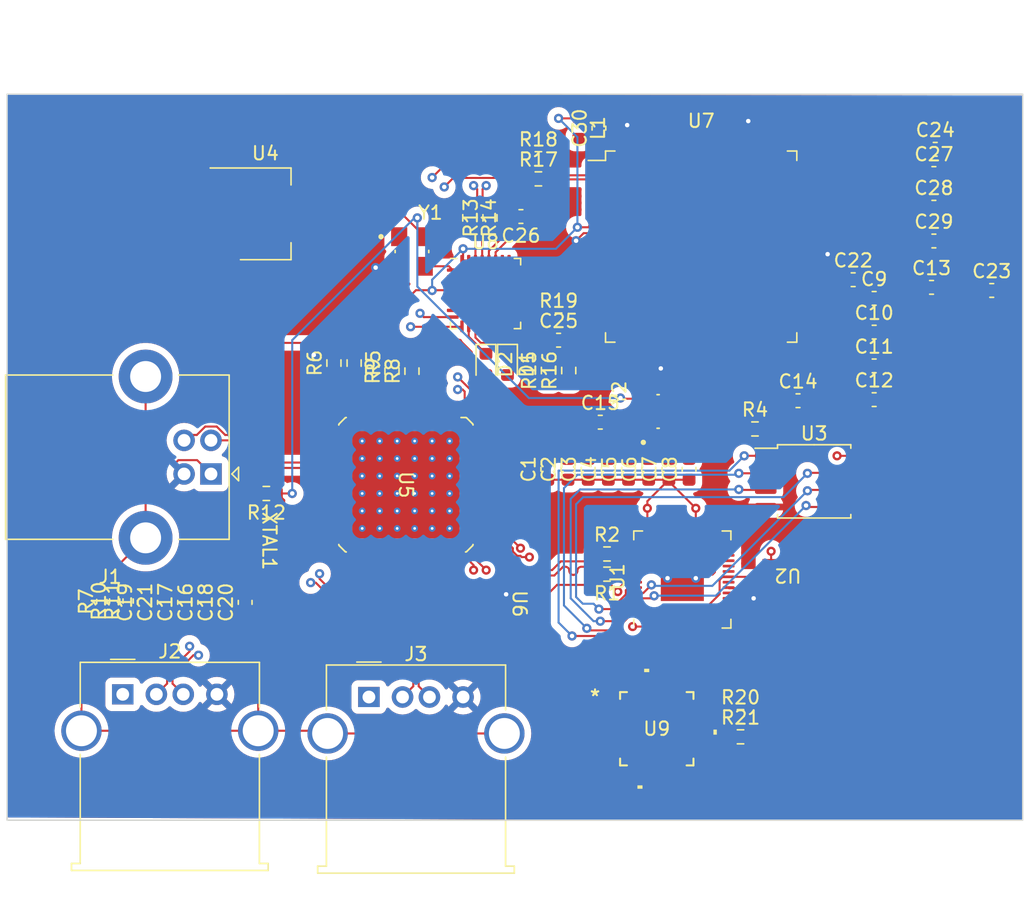
<source format=kicad_pcb>
(kicad_pcb (version 20221018) (generator pcbnew)
  (layers (0 "F.Cu" signal) (1 "In1.Cu" signal) (2 "In2.Cu" signal) (31 "B.Cu" signal) (34 "B.Paste" user) (35 "F.Paste" user) (36 "B.SilkS" user "B.Silkscreen") (37 "F.SilkS" user "F.Silkscreen") (38 "B.Mask" user) (39 "F.Mask" user) (44 "Edge.Cuts" user))
  (net 0 "")
  (net 1 "+3.3V")
  (net 2 "GND")
  (net 3 "+1V1")
  (net 4 "+5V")
  (net 5 "Earth")
  (net 6 "Net-(U8-~{HWB}{slash}PD7)")
  (net 7 "/Sheetname: Mega2560/RESET")
  (net 8 "Net-(U8-UCAP)")
  (net 9 "/Sheetname: Mega2560/AVCC")
  (net 10 "/Sheetname: Mega2560/TXL")
  (net 11 "Net-(D1-A)")
  (net 12 "/Sheetname: Mega2560/RXL")
  (net 13 "Net-(D2-A)")
  (net 15 "/Sheetname: USB Hub/USB_3_D-")
  (net 16 "/Sheetname: USB Hub/USB_3_D+")
  (net 18 "/Sheetname: USB Hub/USB_4_D-")
  (net 19 "/Sheetname: USB Hub/USB_4_D+")
  (net 20 "/Sheetname: Embeded RP2040/LD+")
  (net 21 "/RPUSBD+")
  (net 22 "/RPUSBD-")
  (net 23 "/Sheetname: Embeded RP2040/LD-")
  (net 24 "/Sheetname: Embeded RP2040/~{USB_BOOT}")
  (net 25 "/Sheetname: Embeded RP2040/QSPI_SS")
  (net 26 "Net-(U5-USB_VBUS)")
  (net 27 "Net-(U5-FULLPWRMGMT_SMBA1_N)")
  (net 28 "Net-(U5-GANGED_SMBA2_HS_UP)")
  (net 29 "Net-(XTAL1-OE{slash}ST)")
  (net 30 "Net-(U8-D+)")
  (net 31 "/Sheetname: Mega2560/MEGA_USB_D+")
  (net 32 "/Sheetname: Mega2560/MEGA_USB_D-")
  (net 33 "Net-(U8-D-)")
  (net 34 "Net-(U8-PD2)")
  (net 35 "/Sheetname: Mega2560/PE1")
  (net 36 "Net-(U8-PD3)")
  (net 37 "/Sheetname: Mega2560/PE0")
  (net 38 "Net-(U9-D+)")
  (net 39 "/Sheetname: Mega2560/SHIELDUSBD+")
  (net 40 "Net-(U9-D-)")
  (net 41 "/Sheetname: Mega2560/SHIELDUSBD-")
  (net 42 "/Sheetname: Embeded RP2040/GPIO0")
  (net 43 "/Sheetname: Embeded RP2040/GPIO1")
  (net 44 "/Sheetname: Embeded RP2040/GPIO2")
  (net 45 "/Sheetname: Embeded RP2040/GPIO3")
  (net 46 "/Sheetname: Embeded RP2040/GPIO4")
  (net 47 "/Sheetname: Embeded RP2040/GPIO5")
  (net 48 "/Sheetname: Embeded RP2040/GPIO6")
  (net 49 "/Sheetname: Embeded RP2040/GPIO7")
  (net 50 "/Sheetname: Embeded RP2040/GPIO8")
  (net 51 "/Sheetname: Embeded RP2040/GPIO9")
  (net 52 "/Sheetname: Embeded RP2040/GPIO10")
  (net 53 "/Sheetname: Embeded RP2040/GPIO11")
  (net 54 "/Sheetname: Embeded RP2040/GPIO12")
  (net 55 "/Sheetname: Embeded RP2040/GPIO13")
  (net 56 "/Sheetname: Embeded RP2040/GPIO14")
  (net 57 "/Sheetname: Embeded RP2040/GPIO15")
  (net 58 "/Sheetname: Embeded RP2040/CLK")
  (net 60 "/Sheetname: Embeded RP2040/SWCLK")
  (net 61 "/Sheetname: Embeded RP2040/SWD")
  (net 62 "/Sheetname: Embeded RP2040/RUN")
  (net 63 "/Sheetname: Embeded RP2040/GPIO16")
  (net 64 "/Sheetname: Embeded RP2040/GPIO17")
  (net 65 "/Sheetname: Embeded RP2040/GPIO18")
  (net 66 "/Sheetname: Embeded RP2040/GPIO19")
  (net 67 "/Sheetname: Embeded RP2040/GPIO20")
  (net 68 "/Sheetname: Embeded RP2040/GPIO21")
  (net 69 "/Sheetname: Embeded RP2040/GPIO22")
  (net 70 "/Sheetname: Embeded RP2040/GPIO23")
  (net 71 "/Sheetname: Embeded RP2040/GPIO24")
  (net 72 "/Sheetname: Embeded RP2040/GPIO25")
  (net 73 "/Sheetname: Embeded RP2040/GPIO26_ADC0")
  (net 74 "/Sheetname: Embeded RP2040/GPIO27_ADC1")
  (net 75 "/Sheetname: Embeded RP2040/GPIO28_ADC2")
  (net 76 "/Sheetname: Embeded RP2040/GPIO29_ADC3")
  (net 77 "/Sheetname: Embeded RP2040/QSPI_SD3")
  (net 78 "/Sheetname: Embeded RP2040/QSPI_SCLK")
  (net 79 "/Sheetname: Embeded RP2040/QSPI_SD0")
  (net 80 "/Sheetname: Embeded RP2040/QSPI_SD2")
  (net 81 "/Sheetname: Embeded RP2040/QSPI_SD1")
  (net 108 "/Sheetname: USB Hub/CLK")
  (net 111 "/USBAD+")
  (net 112 "/USBAD-")
  (net 138 "/USB Switch/OEN")
  (net 139 "/USB Switch/SEL")
  (net 166 "Net-(U7-XTAL1)")
  (net 227 "Net-(U8-XTAL1)")
  (net 278 "/Sheetname: USB Hub/UPSD-")
  (net 279 "/Sheetname: USB Hub/UPSD+")
  (footprint "Resistor_SMD:R_0402_1005Metric" (layer "F.Cu") (at 98.045 76.74 90)
    (fp_text reference "R7")
    (fp_text value "10KΩ 1%")
  )
  (footprint "GP2040-CE-Tester:TMUXHS221N" (layer "F.Cu") (at 129.1 76.9 -90)
    (fp_text reference "U6")
    (fp_text value "PTMUXHS221NKGR")
  )
  (footprint "Package_QFP:TQFP-100_14x14mm_P0.5mm" (layer "F.Cu") (at 142.6 50.3375)
    (fp_text reference "U7")
    (fp_text value "ATmega2560-16A")
  )
  (footprint "Capacitor_SMD:C_0603_1608Metric" (layer "F.Cu") (at 149.8 61.8)
    (fp_text reference "C14")
    (fp_text value "10uF")
  )
  (footprint "Resistor_SMD:R_0603_1608Metric" (layer "F.Cu") (at 145.525 85.3)
    (fp_text reference "R20")
    (fp_text value "22R")
  )
  (footprint "Capacitor_SMD:C_0603_1608Metric" (layer "F.Cu") (at 155.46 54.19)
    (fp_text reference "C9")
    (fp_text value "100nF")
  )
  (footprint "Capacitor_SMD:C_0603_1608Metric" (layer "F.Cu") (at 135.1 63.4)
    (fp_text reference "C15")
    (fp_text value "10μF")
  )
  (footprint "Connector_USB:USB_A_Molex_67643_Horizontal" (layer "F.Cu") (at 99.6 83.64)
    (fp_text reference "J2")
    (fp_text value "USB_A")
  )
  (footprint "LED_SMD:LED_0603_1608Metric" (layer "F.Cu") (at 126.6 59.1 -90)
    (fp_text reference "D2")
    (fp_text value "LED")
  )
  (footprint "Capacitor_SMD:C_0603_1608Metric" (layer "F.Cu") (at 108.7 76.8 90)
    (fp_text reference "C20")
    (fp_text value "0.1μF")
  )
  (footprint "Package_TO_SOT_SMD:SOT-223-3_TabPin2" (layer "F.Cu") (at 110.2 47.9)
    (fp_text reference "U4")
    (fp_text value "NCP1117-3.3_SOT223")
  )
  (footprint "GP2040-CE-Tester:SiT1630-S" (layer "F.Cu") (at 149.050001 74.8 180)
    (fp_text reference "U2")
    (fp_text value "SIT2018BE-S8-33N-12.000000G")
  )
  (footprint "Capacitor_SMD:C_0603_1608Metric" (layer "F.Cu") (at 138.7 66.9 90)
    (fp_text reference "C6")
    (fp_text value "100nF")
  )
  (footprint "Capacitor_SMD:C_0603_1608Metric" (layer "F.Cu") (at 105.7 76.8 90)
    (fp_text reference "C16")
    (fp_text value "0.1μF")
  )
  (footprint "Resistor_SMD:R_0603_1608Metric" (layer "F.Cu") (at 146.6 63.9)
    (fp_text reference "R4")
    (fp_text value "1k")
  )
  (footprint "Resistor_SMD:R_0603_1608Metric" (layer "F.Cu") (at 130.5 45.3)
    (fp_text reference "R17")
    (fp_text value "1K")
  )
  (footprint "Resistor_SMD:R_0603_1608Metric" (layer "F.Cu") (at 116.8 59 -90)
    (fp_text reference "R5")
    (fp_text value "90.9KΩ 1%")
  )
  (footprint "Resistor_SMD:R_0603_1608Metric" (layer "F.Cu") (at 132.755 59.555 90)
    (fp_text reference "R16")
    (fp_text value "1K")
  )
  (footprint "Capacitor_SMD:C_0603_1608Metric" (layer "F.Cu") (at 159.9 47.41)
    (fp_text reference "C28")
    (fp_text value "100nF")
  )
  (footprint "Package_DFN_QFN:QFN-32-1EP_5x5mm_P0.5mm_EP3.1x3.1mm" (layer "F.Cu") (at 126.57 53.83)
    (fp_text reference "U8")
    (fp_text value "ATmega16U2-M")
  )
  (footprint "GP2040-CE-Tester:SIT1602" (layer "F.Cu") (at 110.5 72.23 -90)
    (fp_text reference "XTAL1")
    (fp_text value "SIT1602AC-33-33E-24.000000Y")
  )
  (footprint "Capacitor_SMD:C_0603_1608Metric" (layer "F.Cu") (at 141.7 66.9 90)
    (fp_text reference "C8")
    (fp_text value "1uF")
  )
  (footprint "Resistor_SMD:R_0603_1608Metric" (layer "F.Cu") (at 135.6 73.2)
    (fp_text reference "R2")
    (fp_text value "24.7")
  )
  (footprint "Inductor_SMD:L_0603_1608Metric" (layer "F.Cu") (at 133.5 41.525 -90)
    (fp_text reference "L1")
    (fp_text value "10uH")
  )
  (footprint "Package_SO:SOIC-8_5.23x5.23mm_P1.27mm" (layer "F.Cu") (at 151 67.8)
    (fp_text reference "U3")
    (fp_text value "W25Q128JVS")
  )
  (footprint "Capacitor_SMD:C_0603_1608Metric" (layer "F.Cu") (at 132 57.3)
    (fp_text reference "C25")
    (fp_text value "100nF")
  )
  (footprint "LED_SMD:LED_0603_1608Metric" (layer "F.Cu") (at 128.2 59.1 -90)
    (fp_text reference "D1")
    (fp_text value "LED")
  )
  (footprint "Capacitor_SMD:C_0603_1608Metric" (layer "F.Cu") (at 160 43.1)
    (fp_text reference "C24")
    (fp_text value "100nF")
  )
  (footprint "Resistor_SMD:R_0402_1005Metric" (layer "F.Cu") (at 99 76.7 90)
    (fp_text reference "R10")
    (fp_text value "10KΩ 1%")
  )
  (footprint "Package_DFN_QFN:QFN-56-1EP_7x7mm_P0.4mm_EP3.2x3.2mm" (layer "F.Cu") (at 141.2 75.1 90)
    (fp_text reference "U1")
    (fp_text value "RP2040")
  )
  (footprint "Capacitor_SMD:C_0603_1608Metric" (layer "F.Cu") (at 140.2 66.9 90)
    (fp_text reference "C7")
    (fp_text value "100nF")
  )
  (footprint "GP2040-CE-Tester:SIT9003AC-24-33ED-16.00000T" (layer "F.Cu") (at 121.1 50.7)
    (fp_text reference "Y1")
    (fp_text value "SIT9003AC-24-33ED-16.00000T")
  )
  (footprint "Connector_USB:USB_B_Lumberg_2411_02_Horizontal" (layer "F.Cu") (at 106.16 67.25 180)
    (fp_text reference "J1")
    (fp_text value "USB_B")
  )
  (footprint "Resistor_SMD:R_0603_1608Metric" (layer "F.Cu") (at 110.275 68.7 180)
    (fp_text reference "R12")
    (fp_text value "1KΩ")
  )
  (footprint "Resistor_SMD:R_0603_1608Metric" (layer "F.Cu") (at 125.4 48.2 -90)
    (fp_text reference "R14")
    (fp_text value "22R")
  )
  (footprint "Resistor_SMD:R_0603_1608Metric" (layer "F.Cu") (at 121.1 59.6 90)
    (fp_text reference "R8")
    (fp_text value "4.7KΩ")
  )
  (footprint "Capacitor_SMD:C_0603_1608Metric" (layer "F.Cu") (at 134.2 66.9 90)
    (fp_text reference "C3")
    (fp_text value "100nF")
  )
  (footprint "GP2040-CE-Tester:MAX3421EEHJ+T" (layer "F.Cu") (at 139.3 86.2)
    (fp_text reference "U9")
    (fp_text value "MAX3421EEHJ+T")
  )
  (footprint "Capacitor_SMD:C_0603_1608Metric" (layer "F.Cu") (at 155.46 61.72)
    (fp_text reference "C12")
    (fp_text value "100n")
  )
  (footprint "Resistor_SMD:R_0603_1608Metric" (layer "F.Cu") (at 115.3 59 90)
    (fp_text reference "R6")
    (fp_text value "10KΩ 1%")
  )
  (footprint "Capacitor_SMD:C_0603_1608Metric" (layer "F.Cu") (at 129.2 48.1 180)
    (fp_text reference "C26")
    (fp_text value "1μF")
  )
  (footprint "Resistor_SMD:R_0603_1608Metric" (layer "F.Cu") (at 131.245 59.555 90)
    (fp_text reference "R15")
    (fp_text value "1K")
  )
  (footprint "Resistor_SMD:R_0603_1608Metric" (layer "F.Cu") (at 130.5 43.8)
    (fp_text reference "R18")
    (fp_text value "1K")
  )
  (footprint "Capacitor_SMD:C_0603_1608Metric" (layer "F.Cu") (at 159.725 53.37)
    (fp_text reference "C13")
    (fp_text value "10uF")
  )
  (footprint "Resistor_SMD:R_0603_1608Metric" (layer "F.Cu") (at 126.9 48.2 90)
    (fp_text reference "R13")
    (fp_text value "22R")
  )
  (footprint "Capacitor_SMD:C_0603_1608Metric" (layer "F.Cu") (at 155.46 59.21)
    (fp_text reference "C11")
    (fp_text value "1uF")
  )
  (footprint "Capacitor_SMD:C_0603_1608Metric" (layer "F.Cu") (at 153.9 52.8)
    (fp_text reference "C22")
    (fp_text value "1μF")
  )
  (footprint "Capacitor_SMD:C_0603_1608Metric" (layer "F.Cu") (at 135.7 66.9 90)
    (fp_text reference "C4")
    (fp_text value "100nF")
  )
  (footprint "Capacitor_SMD:C_0603_1608Metric" (layer "F.Cu") (at 159.9 44.9)
    (fp_text reference "C27")
    (fp_text value "100nF")
  )
  (footprint "Capacitor_SMD:C_0603_1608Metric" (layer "F.Cu") (at 101.2 76.8 90)
    (fp_text reference "C19")
    (fp_text value "0.001μF")
  )
  (footprint "Connector_USB:USB_A_Molex_67643_Horizontal" (layer "F.Cu") (at 117.9 83.84)
    (fp_text reference "J3")
    (fp_text value "USB_A")
  )
  (footprint "Resistor_SMD:R_0402_1005Metric" (layer "F.Cu") (at 100 76.7 90)
    (fp_text reference "R11")
    (fp_text value "10KΩ 1%")
  )
  (footprint "Capacitor_SMD:C_0603_1608Metric" (layer "F.Cu") (at 102.7 76.8 90)
    (fp_text reference "C21")
    (fp_text value "0.001μF")
  )
  (footprint "Capacitor_SMD:C_0603_1608Metric" (layer "F.Cu") (at 131.2 66.9 90)
    (fp_text reference "C1")
    (fp_text value "100nF")
  )
  (footprint "Capacitor_SMD:C_0603_1608Metric" (layer "F.Cu") (at 159.9 49.92)
    (fp_text reference "C29")
    (fp_text value "100nF")
  )
  (footprint "Resistor_SMD:R_0603_1608Metric" (layer "F.Cu") (at 132 55.8)
    (fp_text reference "R19")
    (fp_text value "1K")
  )
  (footprint "Capacitor_SMD:C_0603_1608Metric" (layer "F.Cu") (at 135 41.525 90)
    (fp_text reference "C30")
    (fp_text value "100nF")
  )
  (footprint "Capacitor_SMD:C_0603_1608Metric" (layer "F.Cu") (at 164.2 53.6)
    (fp_text reference "C23")
    (fp_text value "0.1μF")
  )
  (footprint "GP2040-CE-Tester:SIT9003AC-24-33ED-16.00000T" (layer "F.Cu") (at 139.4 62.6 90)
    (fp_text reference "Y2")
    (fp_text value "SIT9003AC-24-33ED-16.00000T")
  )
  (footprint "GP2040-CE-Tester:TUSB4041I-Q1" (layer "F.Cu") (at 120.650001 68.050001 -90)
    (fp_text reference "U5")
    (fp_text value "TUSB4041IPAPR")
  )
  (footprint "Capacitor_SMD:C_0603_1608Metric" (layer "F.Cu") (at 137.2 66.9 90)
    (fp_text reference "C5")
    (fp_text value "100nF")
  )
  (footprint "Capacitor_SMD:C_0603_1608Metric" (layer "F.Cu") (at 104.2 76.8 90)
    (fp_text reference "C17")
    (fp_text value "0.001μF")
  )
  (footprint "Capacitor_SMD:C_0603_1608Metric" (layer "F.Cu") (at 155.46 56.7)
    (fp_text reference "C10")
    (fp_text value "100nF")
  )
  (footprint "Capacitor_SMD:C_0603_1608Metric" (layer "F.Cu") (at 107.2 76.8 90)
    (fp_text reference "C18")
    (fp_text value "0.1μF")
  )
  (footprint "Capacitor_SMD:C_0603_1608Metric" (layer "F.Cu") (at 132.7 66.9 90)
    (fp_text reference "C2")
    (fp_text value "100nF")
  )
  (footprint "Resistor_SMD:R_0603_1608Metric" (layer "F.Cu") (at 135.6 74.7 180)
    (fp_text reference "R1")
    (fp_text value "24.7")
  )
  (footprint "Resistor_SMD:R_0603_1608Metric" (layer "F.Cu") (at 145.525 86.8)
    (fp_text reference "R21")
    (fp_text value "22R")
  )
  (footprint "Resistor_SMD:R_0603_1608Metric" (layer "F.Cu") (at 119.615 59.6 90)
    (fp_text reference "R9")
    (fp_text value "4.7KΩ")
  )
  (gr_rect (start 91 39) (end 166.5 93) (stroke (width 0.1)) (fill none) (layer "Edge.Cuts"))
  (segment (start 138.5375 78.6) (end 138.6 78.5375) (width 0.1524) (layer "F.Cu") (net 1))
  (segment (start 130.486249 76.9) (end 129.9485 76.9) (width 0.1524) (layer "F.Cu") (net 1))
  (segment (start 111.1 68.7) (end 112.2 68.7) (width 0.1524) (layer "F.Cu") (net 1))
  (segment (start 131.886249 75.5) (end 130.486249 76.9) (width 0.1524) (layer "F.Cu") (net 1))
  (segment (start 138.6 69.275) (end 138.6 69.8) (width 0.1524) (layer "F.Cu") (net 1))
  (segment (start 143.9714 76.1918) (end 143.9714 75.1286) (width 0.1524) (layer "F.Cu") (net 1))
  (segment (start 137.7625 74.9) (end 137.7625 74.5) (width 0.1524) (layer "F.Cu") (net 1))
  (segment (start 138.6 69.8) (end 138.6 71.6625) (width 0.1524) (layer "F.Cu") (net 1))
  (segment (start 142.2 77.9632) (end 143.9714 76.1918) (width 0.1524) (layer "F.Cu") (net 1))
  (segment (start 137.7625 72.9) (end 137.7625 72.5) (width 0.1524) (layer "F.Cu") (net 1))
  (segment (start 144.2 74.9) (end 144.6375 74.9) (width 0.1524) (layer "F.Cu") (net 1))
  (segment (start 140.2 67.8) (end 140.2 67.675) (width 0.1524) (layer "F.Cu") (net 1))
  (segment (start 111.1 68.7) (end 111.6 69.2) (width 0.1524) (layer "F.Cu") (net 1))
  (segment (start 136.4 75.831) (end 137.331 74.9) (width 0.1524) (layer "F.Cu") (net 1))
  (segment (start 135.9 75.5) (end 131.886249 75.5) (width 0.1524) (layer "F.Cu") (net 1))
  (segment (start 136.4 76) (end 135.9 75.5) (width 0.1524) (layer "F.Cu") (net 1))
  (segment (start 142.2 69.8) (end 142.2 71.6625) (width 0.1524) (layer "F.Cu") (net 1))
  (segment (start 142.2 77.9632) (end 142.2 78.5375) (width 0.1524) (layer "F.Cu") (net 1))
  (segment (start 142.2 69.8) (end 140.2 67.8) (width 0.1524) (layer "F.Cu") (net 1))
  (segment (start 137.331 74.9) (end 137.7625 74.9) (width 0.1524) (layer "F.Cu") (net 1))
  (segment (start 120.35 47.9) (end 122.05 49.6) (width 0.1524) (layer "F.Cu") (net 1))
  (segment (start 147.800001 73.849999) (end 147.8 73) (width 0.1524) (layer "F.Cu") (net 1))
  (segment (start 142.1082 77.8714) (end 142.2 77.9632) (width 0.1524) (layer "F.Cu") (net 1))
  (segment (start 138.6 78.5375) (end 138.6 78.106) (width 0.1524) (layer "F.Cu") (net 1))
  (segment (start 137.5 78.6) (end 138.5375 78.6) (width 0.1524) (layer "F.Cu") (net 1))
  (segment (start 138.8346 77.8714) (end 142.1082 77.8714) (width 0.1524) (layer "F.Cu") (net 1))
  (segment (start 138.6 71.6625) (end 137.7625 72.5) (width 0.1524) (layer "F.Cu") (net 1))
  (segment (start 131.2 67.675) (end 140.2 67.675) (width 0.1524) (layer "F.Cu") (net 1))
  (segment (start 113.35 47.9) (end 120.35 47.9) (width 0.1524) (layer "F.Cu") (net 1))
  (segment (start 152.7 65.9) (end 154.595 65.9) (width 0.1524) (layer "F.Cu") (net 1))
  (segment (start 121.5 49.05) (end 122.05 49.6) (width 0.1524) (layer "F.Cu") (net 1))
  (segment (start 144.6375 74.9) (end 146.75 74.9) (width 0.1524) (layer "F.Cu") (net 1))
  (segment (start 136.4 76) (end 136.4 75.831) (width 0.1524) (layer "F.Cu") (net 1))
  (segment (start 138.6 78.106) (end 138.8346 77.8714) (width 0.1524) (layer "F.Cu") (net 1))
  (segment (start 143.9714 75.1286) (end 144.2 74.9) (width 0.1524) (layer "F.Cu") (net 1))
  (segment (start 121.5 48.2) (end 121.5 49.05) (width 0.1524) (layer "F.Cu") (net 1))
  (segment (start 107.05 47.9) (end 113.35 47.9) (width 0.1524) (layer "F.Cu") (net 1))
  (segment (start 154.595 65.9) (end 154.6 65.895) (width 0.1524) (layer "F.Cu") (net 1))
  (segment (start 136.6 61.6) (end 136.65 61.65) (width 0.1524) (layer "F.Cu") (net 1))
  (segment (start 111.6 69.2) (end 111.6 70.96) (width 0.1524) (layer "F.Cu") (net 1))
  (segment (start 146.75 74.9) (end 147.800001 73.849999) (width 0.1524) (layer "F.Cu") (net 1))
  (segment (start 140.2 67.675) (end 138.6 69.275) (width 0.1524) (layer "F.Cu") (net 1))
  (segment (start 141.7 67.675) (end 140.2 67.675) (width 0.1524) (layer "F.Cu") (net 1))
  (segment (start 136.65 61.65) (end 138.3 61.65) (width 0.1524) (layer "F.Cu") (net 1))
  (via (at 142.2 69.8) (size 0.6858) (drill 0.3302) (layers "F.Cu" "B.Cu") (remove_unused_layers) (net 1))
  (via (at 138.6 69.8) (size 0.6858) (drill 0.3302) (layers "F.Cu" "B.Cu") (remove_unused_layers) (net 1))
  (via (at 147.8 73) (size 0.6858) (drill 0.3302) (layers "F.Cu" "B.Cu") (remove_unused_layers) (net 1))
  (via (at 152.7 65.9) (size 0.6858) (drill 0.3302) (layers "F.Cu" "B.Cu") (remove_unused_layers) (net 1))
  (via (at 136.4 76) (size 0.6858) (drill 0.3302) (layers "F.Cu" "B.Cu") (remove_unused_layers) (net 1))
  (via (at 136.6 61.6) (size 0.6858) (drill 0.3302) (layers "F.Cu" "B.Cu") (net 1))
  (via (at 121.5 48.2) (size 0.6858) (drill 0.3302) (layers "F.Cu" "B.Cu") (net 1))
  (via (at 112.2 68.7) (size 0.6858) (drill 0.3302) (layers "F.Cu" "B.Cu") (net 1))
  (via (at 137.5 78.6) (size 0.6858) (drill 0.3302) (layers "F.Cu" "B.Cu") (remove_unused_layers) (net 1))
  (segment (start 129.791776 61.6) (end 121.5 53.308224) (width 0.1524) (layer "B.Cu") (net 1))
  (segment (start 121.291776 48.2) (end 121.5 48.2) (width 0.1524) (layer "B.Cu") (net 1))
  (segment (start 112.2 68.7) (end 112.2 57.291776) (width 0.1524) (layer "B.Cu") (net 1))
  (segment (start 136.6 61.6) (end 129.791776 61.6) (width 0.1524) (layer "B.Cu") (net 1))
  (segment (start 112.2 57.291776) (end 121.291776 48.2) (width 0.1524) (layer "B.Cu") (net 1))
  (segment (start 121.5 53.308224) (end 121.5 48.2) (width 0.1524) (layer "B.Cu") (net 1))
  (segment (start 146.5 76.5) (end 146.1 76.1) (width 0.1524) (layer "F.Cu") (net 2))
  (segment (start 128.1 76.2) (end 128.19995 76.49995) (width 0.1524) (layer "F.Cu") (net 2))
  (segment (start 139.6 59.4) (end 139.6 58) (width 0.1524) (layer "F.Cu") (net 2))
  (segment (start 125.82 53.08) (end 126.57 53.83) (width 0.1524) (layer "F.Cu") (net 2))
  (segment (start 137.1 42.675) (end 137.1 41.3) (width 0.1524) (layer "F.Cu") (net 2))
  (segment (start 146.1 42.675) (end 146.1 41) (width 0.1524) (layer "F.Cu") (net 2))
  (segment (start 152 50.9) (end 150.325 50.9) (width 0.1524) (layer "F.Cu") (net 2))
  (segment (start 150.325 50.9) (end 150.2625 50.8375) (width 0.1524) (layer "F.Cu") (net 2))
  (segment (start 133.8625 49.3375) (end 133.3 49.9) (width 0.1524) (layer "F.Cu") (net 2))
  (segment (start 124.1325 53.08) (end 125.82 53.08) (width 0.1524) (layer "F.Cu") (net 2))
  (segment (start 128.2515 76.3515) (end 128.1 76.2) (width 0.1524) (layer "F.Cu") (net 2))
  (segment (start 126.82 50.652922) (end 128.425 49.047922) (width 0.1524) (layer "F.Cu") (net 2))
  (segment (start 126.82 53.58) (end 126.82 51.3925) (width 0.1524) (layer "F.Cu") (net 2))
  (segment (start 126.82 51.3925) (end 126.82 50.652922) (width 0.1524) (layer "F.Cu") (net 2))
  (segment (start 128.2515 76.49995) (end 128.2515 76.3515) (width 0.1524) (layer "F.Cu") (net 2))
  (segment (start 134.9375 49.3375) (end 133.8625 49.3375) (width 0.1524) (layer "F.Cu") (net 2))
  (segment (start 146.1 76.1) (end 144.6375 76.1) (width 0.1524) (layer "F.Cu") (net 2))
  (segment (start 126.57 53.83) (end 126.82 53.58) (width 0.1524) (layer "F.Cu") (net 2))
  (segment (start 128.425 49.047922) (end 128.425 48.1) (width 0.1524) (layer "F.Cu") (net 2))
  (via (at 152 50.9) (size 0.6858) (drill 0.3302) (layers "F.Cu" "B.Cu") (net 2))
  (via (at 113.8 58.4) (size 0.6858) (drill 0.3302) (layers "F.Cu" "B.Cu") (net 2))
  (via (at 146.5 76.5) (size 0.6858) (drill 0.3302) (layers "F.Cu" "B.Cu") (net 2))
  (via (at 146.1 41) (size 0.6858) (drill 0.3302) (layers "F.Cu" "B.Cu") (net 2))
  (via (at 139.6 59.4) (size 0.6858) (drill 0.3302) (layers "F.Cu" "B.Cu") (net 2))
  (via (at 140.1 75) (size 0.6858) (drill 0.3302) (layers "F.Cu" "B.Cu") (net 2))
  (via (at 137.1 41.3) (size 0.6858) (drill 0.3302) (layers "F.Cu" "B.Cu") (net 2))
  (via (at 118.4 51.9) (size 0.6858) (drill 0.3302) (layers "F.Cu" "B.Cu") (net 2))
  (via (at 142.2 75) (size 0.6858) (drill 0.3302) (layers "F.Cu" "B.Cu") (net 2))
  (via (at 133.3 49.9) (size 0.6858) (drill 0.3302) (layers "F.Cu" "B.Cu") (net 2))
  (via (at 128.1 76.2) (size 0.6858) (drill 0.3302) (layers "F.Cu" "B.Cu") (net 2))
  (segment (start 133.4 48.9) (end 134.875 48.9) (width 0.1524) (layer "F.Cu") (net 4))
  (segment (start 122.58 53.58) (end 122.6 53.6) (width 0.1524) (layer "F.Cu") (net 4))
  (segment (start 101.6048 65.6048) (end 101.6048 64.095199) (width 0.1524) (layer "F.Cu") (net 4))
  (segment (start 139.1 52.299486) (end 135.638014 48.8375) (width 0.2) (layer "F.Cu") (net 4))
  (segment (start 146.852845 48.8375) (end 149.352845 51.3375) (width 0.1524) (layer "F.Cu") (net 4))
  (segment (start 134.9375 48.8375) (end 146.852845 48.8375) (width 0.1524) (layer "F.Cu") (net 4))
  (segment (start 125.32 51.3925) (end 124.82 51.3925) (width 0.2) (layer "F.Cu") (net 4))
  (segment (start 134.875 48.9) (end 134.9375 48.8375) (width 0.1524) (layer "F.Cu") (net 4))
  (segment (start 132 40.8) (end 133.4375 40.8) (width 0.1524) (layer "F.Cu") (net 4))
  (segment (start 135.638014 48.8375) (end 134.9375 48.8375) (width 0.2) (layer "F.Cu") (net 4))
  (segment (start 122.6 53.6) (end 122.62 53.58) (width 0.1524) (layer "F.Cu") (net 4))
  (segment (start 149.595645 51.3375) (end 146.6 48.341855) (width 0.1524) (layer "F.Cu") (net 4))
  (segment (start 139.1 58) (end 139.1 52.299486) (width 0.2) (layer "F.Cu") (net 4))
  (segment (start 133.4375 40.8) (end 133.5 40.7375) (width 0.1524) (layer "F.Cu") (net 4))
  (segment (start 103.733939 66.2214) (end 103.555339 66.4) (width 0.1524) (layer "F.Cu") (net 4))
  (segment (start 101.6048 64.095199) (end 108.2 57.5) (width 0.1524) (layer "F.Cu") (net 4))
  (segment (start 121.395 53.58) (end 122.58 53.58) (width 0.1524) (layer "F.Cu") (net 4))
  (segment (start 116.125 57.5) (end 116.8 58.175) (width 0.1524) (layer "F.Cu") (net 4))
  (segment (start 103.555339 66.4) (end 102.4 66.4) (width 0.1524) (layer "F.Cu") (net 4))
  (segment (start 102.4 66.4) (end 101.6048 65.6048) (width 0.1524) (layer "F.Cu") (net 4))
  (segment (start 108.2 57.5) (end 116.125 57.5) (width 0.1524) (layer "F.Cu") (net 4))
  (segment (start 124.9 51.3125) (end 124.82 51.3925) (width 0.1524) (layer "F.Cu") (net 4))
  (segment (start 149.352845 51.3375) (end 150.2625 51.3375) (width 0.1524) (layer "F.Cu") (net 4))
  (segment (start 106.16 67.25) (end 105.1314 66.2214) (width 0.1524) (layer "F.Cu") (net 4))
  (segment (start 107.05 56.35) (end 108.2 57.5) (width 0.2) (layer "F.Cu") (net 4))
  (segment (start 122.62 53.58) (end 124.1325 53.58) (width 0.1524) (layer "F.Cu") (net 4))
  (segment (start 105.1314 66.2214) (end 103.733939 66.2214) (width 0.1524) (layer "F.Cu") (net 4))
  (segment (start 150.2625 51.3375) (end 149.595645 51.3375) (width 0.1524) (layer "F.Cu") (net 4))
  (segment (start 116.8 58.175) (end 121.395 53.58) (width 0.1524) (layer "F.Cu") (net 4))
  (segment (start 107.05 50.2) (end 107.05 56.35) (width 0.2) (layer "F.Cu") (net 4))
  (segment (start 124.9 50.5) (end 124.9 51.3125) (width 0.1524) (layer "F.Cu") (net 4))
  (segment (start 146.6 48.341855) (end 146.6 42.675) (width 0.1524) (layer "F.Cu") (net 4))
  (via (at 133.4 48.9) (size 0.6858) (drill 0.3302) (layers "F.Cu" "B.Cu") (remove_unused_layers) (net 4))
  (via (at 124.9 50.5) (size 0.6858) (drill 0.3302) (layers "F.Cu" "B.Cu") (remove_unused_layers) (net 4))
  (via (at 132 40.8) (size 0.6858) (drill 0.3302) (layers "F.Cu" "B.Cu") (remove_unused_layers) (net 4))
  (via (at 122.6 53.6) (size 0.6858) (drill 0.3302) (layers "F.Cu" "B.Cu") (remove_unused_layers) (net 4))
  (segment (start 122.6 52.8) (end 124.9 50.5) (width 0.1524) (layer "B.Cu") (net 4))
  (segment (start 131.8 50.5) (end 133.4 48.9) (width 0.1524) (layer "B.Cu") (net 4))
  (segment (start 133.4 48.9) (end 133.4 42.2) (width 0.1524) (layer "B.Cu") (net 4))
  (segment (start 133.4 42.2) (end 132 40.8) (width 0.1524) (layer "B.Cu") (net 4))
  (segment (start 124.9 50.5) (end 131.8 50.5) (width 0.1524) (layer "B.Cu") (net 4))
  (segment (start 122.6 53.6) (end 122.6 52.8) (width 0.1524) (layer "B.Cu") (net 4))
  (segment (start 109.67 86.35) (end 96.53 86.35) (width 0.1524) (layer "F.Cu") (net 5))
  (segment (start 98.045 77.25) (end 99.96 77.25) (width 0.1524) (layer "F.Cu") (net 5))
  (segment (start 99.96 77.25) (end 100 77.21) (width 0.1524) (layer "F.Cu") (net 5))
  (segment (start 100.365 77.575) (end 108.7 77.575) (width 0.1524) (layer "F.Cu") (net 5))
  (segment (start 114.63 86.35) (end 114.83 86.55) (width 0.1524) (layer "F.Cu") (net 5))
  (segment (start 100 77.21) (end 100.365 77.575) (width 0.1524) (layer "F.Cu") (net 5))
  (segment (start 96.53 86.35) (end 96.53 78.27) (width 0.1524) (layer "F.Cu") (net 5))
  (segment (start 101.3 72) (end 97.4964 75.8036) (width 0.1524) (layer "F.Cu") (net 5))
  (segment (start 97.4964 76.7014) (end 98.045 77.25) (width 0.1524) (layer "F.Cu") (net 5))
  (segment (start 97.4964 75.8036) (end 97.4964 76.7014) (width 0.1524) (layer "F.Cu") (net 5))
  (segment (start 109.67 86.35) (end 109.67 78.545) (width 0.1524) (layer "F.Cu") (net 5))
  (segment (start 109.67 78.545) (end 108.7 77.575) (width 0.1524) (layer "F.Cu") (net 5))
  (segment (start 101.3 60) (end 101.3 72) (width 0.1524) (layer "F.Cu") (net 5))
  (segment (start 109.67 86.35) (end 114.63 86.35) (width 0.1524) (layer "F.Cu") (net 5))
  (segment (start 127.97 86.55) (end 114.83 86.55) (width 0.1524) (layer "F.Cu") (net 5))
  (segment (start 96.53 78.27) (end 97.55 77.25) (width 0.1524) (layer "F.Cu") (net 5))
  (segment (start 97.55 77.25) (end 98.045 77.25) (width 0.1524) (layer "F.Cu") (net 5))
  (segment (start 127.203322 57) (end 130.925 57) (width 0.1524) (layer "F.Cu") (net 6))
  (segment (start 126.82 56.616678) (end 127.203322 57) (width 0.1524) (layer "F.Cu") (net 6))
  (segment (start 131.175 55.8) (end 131.175 57.25) (width 0.1524) (layer "F.Cu") (net 6))
  (segment (start 131.175 57.25) (end 131.225 57.3) (width 0.1524) (layer "F.Cu") (net 6))
  (segment (start 130.925 57) (end 131.225 57.3) (width 0.1524) (layer "F.Cu") (net 6))
  (segment (start 126.82 56.2675) (end 126.82 56.616678) (width 0.1524) (layer "F.Cu") (net 6))
  (segment (start 133.1464 56.9286) (end 138.195455 56.9286) (width 0.1524) (layer "F.Cu") (net 7))
  (segment (start 132.775 57.3) (end 133.1464 56.9286) (width 0.1524) (layer "F.Cu") (net 7))
  (segment (start 138.195455 56.9286) (end 138.6 57.333145) (width 0.1524) (layer "F.Cu") (net 7))
  (segment (start 138.6 57.333145) (end 138.6 58) (width 0.1524) (layer "F.Cu") (net 7))
  (segment (start 127.32 51.3925) (end 127.32 50.755) (width 0.1524) (layer "F.Cu") (net 8))
  (segment (start 127.32 50.755) (end 129.975 48.1) (width 0.1524) (layer "F.Cu") (net 8))
  (segment (start 133.5 42.3125) (end 134.9875 42.3125) (width 0.1524) (layer "F.Cu") (net 9))
  (segment (start 135 42.3) (end 136.225 42.3) (width 0.1524) (layer "F.Cu") (net 9))
  (segment (start 136.225 42.3) (end 136.6 42.675) (width 0.1524) (layer "F.Cu") (net 9))
  (segment (start 134.9875 42.3125) (end 135 42.3) (width 0.1524) (layer "F.Cu") (net 9))
  (segment (start 125.82 57.101448) (end 126.218552 57.5) (width 0.1524) (layer "F.Cu") (net 10))
  (segment (start 126.218552 57.5) (end 127.3875 57.5) (width 0.1524) (layer "F.Cu") (net 10))
  (segment (start 125.82 56.2675) (end 125.82 57.101448) (width 0.1524) (layer "F.Cu") (net 10))
  (segment (start 127.3875 57.5) (end 128.2 58.3125) (width 0.1524) (layer "F.Cu") (net 10))
  (segment (start 125.32 57.0325) (end 125.32 56.2675) (width 0.1524) (layer "F.Cu") (net 12))
  (segment (start 126.6 58.3125) (end 125.32 57.0325) (width 0.1524) (layer "F.Cu") (net 12))
  (segment (start 104.569144 80.446316) (end 104.569144 80.069144) (width 0.1524) (layer "F.Cu") (net 15))
  (segment (start 102.8988 82.8412) (end 102.8988 82.11666) (width 0.1524) (layer "F.Cu") (net 15))
  (segment (start 102.1 83.64) (end 102.8988 82.8412) (width 0.1524) (layer "F.Cu") (net 15))
  (segment (start 129.169144 72.769144) (end 127.748801 71.348801) (width 0.1524) (layer "F.Cu") (net 15))
  (segment (start 127.748801 71.348801) (end 127.261303 71.348801) (width 0.1524) (layer "F.Cu") (net 15))
  (segment (start 127.261303 71.348801) (end 127.212502 71.3) (width 0.1524) (layer "F.Cu") (net 15))
  (segment (start 127.212502 71.3) (end 126.275001 71.3) (width 0.1524) (layer "F.Cu") (net 15))
  (segment (start 102.8988 82.11666) (end 104.569144 80.446316) (width 0.1524) (layer "F.Cu") (net 15))
  (via (at 129.169144 72.769144) (size 0.6858) (drill 0.3302) (layers "F.Cu" "B.Cu") (remove_unused_layers) (net 15))
  (via (at 104.569144 80.069144) (size 0.6858) (drill 0.3302) (layers "F.Cu" "B.Cu") (net 15))
  (segment (start 127.58212 71.7512) (end 127.261303 71.7512) (width 0.1524) (layer "F.Cu") (net 16))
  (segment (start 127.212502 71.800001) (end 126.275001 71.800001) (width 0.1524) (layer "F.Cu") (net 16))
  (segment (start 128.93242 73.340644) (end 128.597644 73.005868) (width 0.1524) (layer "F.Cu") (net 16))
  (segment (start 129.830856 73.430856) (end 129.261776 73.430856) (width 0.1524) (layer "F.Cu") (net 16))
  (segment (start 104.1 83.64) (end 103.3012 82.8412) (width 0.1524) (layer "F.Cu") (net 16))
  (segment (start 104.853684 80.730856) (end 105.230856 80.730856) (width 0.1524) (layer "F.Cu") (net 16))
  (segment (start 129.261776 73.430856) (end 129.171564 73.340644) (width 0.1524) (layer "F.Cu") (net 16))
  (segment (start 103.3012 82.8412) (end 103.3012 82.28334) (width 0.1524) (layer "F.Cu") (net 16))
  (segment (start 127.261303 71.7512) (end 127.212502 71.800001) (width 0.1524) (layer "F.Cu") (net 16))
  (segment (start 103.3012 82.28334) (end 104.853684 80.730856) (width 0.1524) (layer "F.Cu") (net 16))
  (segment (start 128.597644 72.766724) (end 127.58212 71.7512) (width 0.1524) (layer "F.Cu") (net 16))
  (segment (start 128.597644 73.005868) (end 128.597644 72.766724) (width 0.1524) (layer "F.Cu") (net 16))
  (segment (start 129.171564 73.340644) (end 128.93242 73.340644) (width 0.1524) (layer "F.Cu") (net 16))
  (via (at 129.830856 73.430856) (size 0.6858) (drill 0.3302) (layers "F.Cu" "B.Cu") (remove_unused_layers) (net 16))
  (via (at 105.230856 80.730856) (size 0.6858) (drill 0.3302) (layers "F.Cu" "B.Cu") (net 16))
  (segment (start 124.5 60.0321) (end 125.421401 60.953501) (width 0.1524) (layer "F.Cu") (net 18))
  (segment (start 121.1988 82.58334) (end 113.946316 75.330856) (width 0.1524) (layer "F.Cu") (net 18))
  (segment (start 126.275001 67.678599) (end 126.275001 67.800001) (width 0.1524) (layer "F.Cu") (net 18))
  (segment (start 125.421401 60.953501) (end 125.421401 67.678599) (width 0.1524) (layer "F.Cu") (net 18))
  (segment (start 125.421401 67.678599) (end 126.275001 67.678599) (width 0.1524) (layer "F.Cu") (net 18))
  (segment (start 120.4 83.84) (end 121.1988 83.0412) (width 0.1524) (layer "F.Cu") (net 18))
  (segment (start 113.946316 75.330856) (end 113.569144 75.330856) (width 0.1524) (layer "F.Cu") (net 18))
  (segment (start 121.1988 83.0412) (end 121.1988 82.58334) (width 0.1524) (layer "F.Cu") (net 18))
  (via (at 124.5 60.0321) (size 0.6858) (drill 0.3302) (layers "F.Cu" "B.Cu") (net 18))
  (via (at 113.569144 75.330856) (size 0.6858) (drill 0.3302) (layers "F.Cu" "B.Cu") (net 18))
  (segment (start 126.177382 68.202382) (end 126.275001 68.300001) (width 0.1524) (layer "F.Cu") (net 19))
  (segment (start 125.376131 68.202382) (end 126.177382 68.202382) (width 0.1524) (layer "F.Cu") (net 19))
  (segment (start 124.5 60.9679) (end 124.86672 60.9679) (width 0.1524) (layer "F.Cu") (net 19))
  (segment (start 114.230856 75.046316) (end 114.230856 74.669144) (width 0.1524) (layer "F.Cu") (net 19))
  (segment (start 125.01902 67.845271) (end 125.376131 68.202382) (width 0.1524) (layer "F.Cu") (net 19))
  (segment (start 121.6012 83.0412) (end 121.6012 82.41666) (width 0.1524) (layer "F.Cu") (net 19))
  (segment (start 125.01902 61.1202) (end 125.01902 67.845271) (width 0.1524) (layer "F.Cu") (net 19))
  (segment (start 124.86672 60.9679) (end 125.01902 61.1202) (width 0.1524) (layer "F.Cu") (net 19))
  (segment (start 121.6012 82.41666) (end 114.230856 75.046316) (width 0.1524) (layer "F.Cu") (net 19))
  (segment (start 122.4 83.84) (end 121.6012 83.0412) (width 0.1524) (layer "F.Cu") (net 19))
  (via (at 124.5 60.9679) (size 0.6858) (drill 0.3302) (layers "F.Cu" "B.Cu") (net 19))
  (via (at 114.230856 74.669144) (size 0.6858) (drill 0.3302) (layers "F.Cu" "B.Cu") (net 19))
  (segment (start 136.425 74.7) (end 137.025 74.1) (width 0.1524) (layer "F.Cu") (net 20))
  (segment (start 137.7613 74.1012) (end 137.439277 74.1012) (width 0.1524) (layer "F.Cu") (net 20))
  (segment (start 137.7625 74.1) (end 137.7613 74.1012) (width 0.1524) (layer "F.Cu") (net 20))
  (segment (start 137.025 74.1) (end 137.7625 74.1) (width 0.1524) (layer "F.Cu") (net 20))
  (segment (start 132.33334 74.1512) (end 132.5 74.1512) (width 0.1524) (layer "F.Cu") (net 21))
  (segment (start 132.8 74.4512) (end 132.8 74.456111) (width 0.1524) (layer "F.Cu") (net 21))
  (segment (start 134.2262 74.1512) (end 134.775 74.7) (width 0.1524) (layer "F.Cu") (net 21))
  (segment (start 130.48334 74.8012) (end 131.68334 74.8012) (width 0.1524) (layer "F.Cu") (net 21))
  (segment (start 129.3012 75.98334) (end 130.48334 74.8012) (width 0.1524) (layer "F.Cu") (net 21))
  (segment (start 131.68334 74.8012) (end 132.33334 74.1512) (width 0.1524) (layer "F.Cu") (net 21))
  (segment (start 133.7 74.1512) (end 134.2262 74.1512) (width 0.1524) (layer "F.Cu") (net 21))
  (segment (start 133.4 74.456111) (end 133.4 74.4512) (width 0.1524) (layer "F.Cu") (net 21))
  (segment (start 129.300025 76.2547) (end 129.3012 76.253525) (width 0.1524) (layer "F.Cu") (net 21))
  (segment (start 129.3012 76.253525) (end 129.3012 75.98334) (width 0.1524) (layer "F.Cu") (net 21))
  (arc (start 133.1 74.756111) (mid 133.312132 74.668243) (end 133.4 74.456111) (width 0.1524) (layer "F.Cu") (net 21))
  (arc (start 133.4 74.4512) (mid 133.487868 74.239068) (end 133.7 74.1512) (width 0.1524) (layer "F.Cu") (net 21))
  (arc (start 132.5 74.1512) (mid 132.712132 74.239068) (end 132.8 74.4512) (width 0.1524) (layer "F.Cu") (net 21))
  (arc (start 132.8 74.456111) (mid 132.887868 74.668243) (end 133.1 74.756111) (width 0.1524) (layer "F.Cu") (net 21))
  (segment (start 130.31666 74.3988) (end 128.8988 75.81666) (width 0.1524) (layer "F.Cu") (net 22))
  (segment (start 128.8988 76.253525) (end 128.899975 76.2547) (width 0.1524) (layer "F.Cu") (net 22))
  (segment (start 128.8988 75.81666) (end 128.8988 76.253525) (width 0.1524) (layer "F.Cu") (net 22))
  (segment (start 131.51666 74.3988) (end 130.31666 74.3988) (width 0.1524) (layer "F.Cu") (net 22))
  (segment (start 134.775 73.2) (end 134.2262 73.7488) (width 0.1524) (layer "F.Cu") (net 22))
  (segment (start 134.2262 73.7488) (end 132.16666 73.7488) (width 0.1524) (layer "F.Cu") (net 22))
  (segment (start 132.16666 73.7488) (end 131.51666 74.3988) (width 0.1524) (layer "F.Cu") (net 22))
  (segment (start 137.7613 73.6988) (end 137.439277 73.6988) (width 0.1524) (layer "F.Cu") (net 23))
  (segment (start 136.425 73.2) (end 136.925 73.7) (width 0.1524) (layer "F.Cu") (net 23))
  (segment (start 136.925 73.7) (end 137.7625 73.7) (width 0.1524) (layer "F.Cu") (net 23))
  (segment (start 137.7625 73.7) (end 137.7613 73.6988) (width 0.1524) (layer "F.Cu") (net 23))
  (segment (start 147.425 65.87) (end 147.4 65.895) (width 0.1524) (layer "F.Cu") (net 25))
  (segment (start 147.4 65.895) (end 145.805 65.895) (width 0.1524) (layer "F.Cu") (net 25))
  (segment (start 133 79.3) (end 135.8 79.3) (width 0.1524) (layer "F.Cu") (net 25))
  (segment (start 137.4 77.7) (end 137.7625 77.7) (width 0.1524) (layer "F.Cu") (net 25))
  (segment (start 145.805 65.895) (end 145.8 65.9) (width 0.1524) (layer "F.Cu") (net 25))
  (segment (start 147.425 63.9) (end 147.425 65.87) (width 0.1524) (layer "F.Cu") (net 25))
  (segment (start 135.8 79.3) (end 137.4 77.7) (width 0.1524) (layer "F.Cu") (net 25))
  (via (at 145.8 65.9) (size 0.6858) (drill 0.3302) (layers "F.Cu" "B.Cu") (remove_unused_layers) (net 25))
  (via (at 133 79.3) (size 0.6858) (drill 0.3302) (layers "F.Cu" "B.Cu") (remove_unused_layers) (net 25))
  (segment (start 132 67) (end 132 78.3) (width 0.1524) (layer "B.Cu") (net 25))
  (segment (start 144.7 67) (end 132 67) (width 0.1524) (layer "B.Cu") (net 25))
  (segment (start 145.8 65.9) (end 144.7 67) (width 0.1524) (layer "B.Cu") (net 25))
  (segment (start 132 78.3) (end 133 79.3) (width 0.1524) (layer "B.Cu") (net 25))
  (segment (start 115.3 59.825) (end 116.8 59.825) (width 0.1524) (layer "F.Cu") (net 26))
  (segment (start 116.900001 62.425001) (end 116.900001 59.925001) (width 0.1524) (layer "F.Cu") (net 26))
  (segment (start 116.900001 59.925001) (end 116.8 59.825) (width 0.1524) (layer "F.Cu") (net 26))
  (segment (start 120.900001 60.624999) (end 120.900001 62.425001) (width 0.1524) (layer "F.Cu") (net 27))
  (segment (start 121.1 60.425) (end 120.900001 60.624999) (width 0.1524) (layer "F.Cu") (net 27))
  (segment (start 119.9 60.71) (end 119.9 62.425001) (width 0.1524) (layer "F.Cu") (net 28))
  (segment (start 119.615 60.425) (end 119.9 60.71) (width 0.1524) (layer "F.Cu") (net 28))
  (segment (start 109.45 68.7) (end 109.4 68.75) (width 0.1524) (layer "F.Cu") (net 29))
  (segment (start 109.4 68.75) (end 109.4 70.96) (width 0.1524) (layer "F.Cu") (net 29))
  (segment (start 126.9 49.025) (end 126.875 49.025) (width 0.1524) (layer "F.Cu") (net 30))
  (segment (start 126.32 49.58) (end 126.32 51.3925) (width 0.1524) (layer "F.Cu") (net 30))
  (segment (start 126.875 49.025) (end 126.32 49.58) (width 0.1524) (layer "F.Cu") (net 30))
  (segment (start 125.180981 72.963081) (end 125.180981 72.654729) (width 0.1524) (layer "F.Cu") (net 31))
  (segment (start 120.997621 72.776129) (end 120.997621 73.577381) (width 0.1524) (layer "F.Cu") (net 31))
  (segment (start 126.9 47.375) (end 126.3512 46.8262) (width 0.1524) (layer "F.Cu") (net 31))
  (segment (start 124.945272 72.41902) (end 121.35473 72.41902) (width 0.1524) (layer "F.Cu") (net 31))
  (segment (start 126.3512 46.0667) (end 126.6179 45.8) (width 0.1524) (layer "F.Cu") (net 31))
  (segment (start 121.35473 72.41902) (end 120.997621 72.776129) (width 0.1524) (layer "F.Cu") (net 31))
  (segment (start 126.3512 46.8262) (end 126.3512 46.0667) (width 0.1524) (layer "F.Cu") (net 31))
  (segment (start 120.997621 73.577381) (end 120.900001 73.675001) (width 0.1524) (layer "F.Cu") (net 31))
  (segment (start 125.180981 72.654729) (end 124.945272 72.41902) (width 0.1524) (layer "F.Cu") (net 31))
  (segment (start 126.6179 74.4) (end 125.180981 72.963081) (width 0.1524) (layer "F.Cu") (net 31))
  (via (at 126.6179 74.4) (size 0.6858) (drill 0.3302) (layers "F.Cu" "B.Cu") (remove_unused_layers) (net 31))
  (via (at 126.6179 45.8) (size 0.6858) (drill 0.3302) (layers "F.Cu" "B.Cu") (net 31))
  (segment (start 121.521402 72.821401) (end 121.521402 73.675001) (width 0.1524) (layer "F.Cu") (net 32))
  (segment (start 121.521402 73.675001) (end 121.400002 73.675001) (width 0.1524) (layer "F.Cu") (net 32))
  (segment (start 125.6821 74.03328) (end 124.7786 73.12978) (width 0.1524) (layer "F.Cu") (net 32))
  (segment (start 125.9488 46.0667) (end 125.6821 45.8) (width 0.1524) (layer "F.Cu") (net 32))
  (segment (start 125.6821 74.4) (end 125.6821 74.03328) (width 0.1524) (layer "F.Cu") (net 32))
  (segment (start 125.9488 46.8262) (end 125.9488 46.0667) (width 0.1524) (layer "F.Cu") (net 32))
  (segment (start 125.4 47.375) (end 125.9488 46.8262) (width 0.1524) (layer "F.Cu") (net 32))
  (segment (start 124.7786 72.821401) (end 121.521402 72.821401) (width 0.1524) (layer "F.Cu") (net 32))
  (segment (start 124.7786 73.12978) (end 124.7786 72.821401) (width 0.1524) (layer "F.Cu") (net 32))
  (via (at 125.6821 74.4) (size 0.6858) (drill 0.3302) (layers "F.Cu" "B.Cu") (remove_unused_layers) (net 32))
  (via (at 125.6821 45.8) (size 0.6858) (drill 0.3302) (layers "F.Cu" "B.Cu") (net 32))
  (segment (start 125.82 49.445) (end 125.82 51.3925) (width 0.1524) (layer "F.Cu") (net 33))
  (segment (start 125.4 49.025) (end 125.82 49.445) (width 0.1524) (layer "F.Cu") (net 33))
  (segment (start 124.1325 55.58) (end 121.98 55.58) (width 0.1524) (layer "F.Cu") (net 34))
  (segment (start 121.98 55.58) (end 121.7 55.3) (width 0.1524) (layer "F.Cu") (net 34))
  (segment (start 124.1715 45.2285) (end 129.6035 45.2285) (width 0.1524) (layer "F.Cu") (net 34))
  (segment (start 123.5 45.9) (end 124.1715 45.2285) (width 0.1524) (layer "F.Cu") (net 34))
  (segment (start 129.6035 45.2285) (end 129.675 45.3) (width 0.1524) (layer "F.Cu") (net 34))
  (via (at 123.5 45.9) (size 0.6858) (drill 0.3302) (layers "F.Cu" "B.Cu") (net 34))
  (via (at 121.7 55.3) (size 0.6858) (drill 0.3302) (layers "F.Cu" "B.Cu") (net 34))
  (segment (start 131.3637 45.3387) (end 134.9363 45.3387) (width 0.1524) (layer "F.Cu") (net 35))
  (segment (start 131.325 45.3) (end 131.3637 45.3387) (width 0.1524) (layer "F.Cu") (net 35))
  (segment (start 134.9363 45.3387) (end 134.9375 45.3375) (width 0.1524) (layer "F.Cu") (net 35))
  (segment (start 124 43.8) (end 122.6 45.2) (width 0.1524) (layer "F.Cu") (net 36))
  (segment (start 124.7875 56.3) (end 124.82 56.2675) (width 0.1524) (layer "F.Cu") (net 36))
  (segment (start 121 56.3) (end 124.7875 56.3) (width 0.1524) (layer "F.Cu") (net 36))
  (segment (start 129.675 43.8) (end 124 43.8) (width 0.1524) (layer "F.Cu") (net 36))
  (via (at 121 56.3) (size 0.6858) (drill 0.3302) (layers "F.Cu" "B.Cu") (net 36))
  (via (at 122.6 45.2) (size 0.6858) (drill 0.3302) (layers "F.Cu" "B.Cu") (net 36))
  (segment (start 131.325 43.8) (end 132.5589 45.0339) (width 0.1524) (layer "F.Cu") (net 37))
  (segment (start 134.074245 45.0339) (end 134.270645 44.8375) (width 0.1524) (layer "F.Cu") (net 37))
  (segment (start 132.5589 45.0339) (end 134.074245 45.0339) (width 0.1524) (layer "F.Cu") (net 37))
  (segment (start 134.270645 44.8375) (end 134.9375 44.8375) (width 0.1524) (layer "F.Cu") (net 37))
  (segment (start 144.05 85.95) (end 142.577801 85.95) (width 0.1524) (layer "F.Cu") (net 38))
  (segment (start 144.7 85.3) (end 144.05 85.95) (width 0.1524) (layer "F.Cu") (net 38))
  (segment (start 131.305157 80.188953) (end 131.305158 80.188954) (width 0.1524) (layer "F.Cu") (net 39))
  (segment (start 132.115004 80.9988) (end 142.88334 80.9988) (width 0.1524) (layer "F.Cu") (net 39))
  (segment (start 142.88334 80.9988) (end 146.35 84.46546) (width 0.1524) (layer "F.Cu") (net 39))
  (segment (start 130.032367 78.491897) (end 130.032366 78.491898) (width 0.1524) (layer "F.Cu") (net 39))
  (segment (start 130.541202 78.831591) (end 130.541203 78.83159) (width 0.1524) (layer "F.Cu") (net 39))
  (segment (start 129.3012 77.546475) (end 129.3012 78.184996) (width 0.1524) (layer "F.Cu") (net 39))
  (segment (start 131.305158 80.188954) (end 132.115004 80.9988) (width 0.1524) (layer "F.Cu") (net 39))
  (segment (start 130.880894 79.340426) (end 130.965467 79.255854) (width 0.1524) (layer "F.Cu") (net 39))
  (segment (start 130.456629 79.340425) (end 130.45663 79.340426) (width 0.1524) (layer "F.Cu") (net 39))
  (segment (start 131.389731 79.680118) (end 131.305157 79.764689) (width 0.1524) (layer "F.Cu") (net 39))
  (segment (start 130.541203 78.83159) (end 130.456629 78.916161) (width 0.1524) (layer "F.Cu") (net 39))
  (segment (start 129.300025 77.5453) (end 129.3012 77.546475) (width 0.1524) (layer "F.Cu") (net 39))
  (segment (start 146.35 84.46546) (end 146.35 85.3) (width 0.1524) (layer "F.Cu") (net 39))
  (segment (start 130.032366 78.491898) (end 130.116939 78.407326) (width 0.1524) (layer "F.Cu") (net 39))
  (segment (start 130.880895 79.340425) (end 130.880894 79.340426) (width 0.1524) (layer "F.Cu") (net 39))
  (segment (start 131.38973 79.680119) (end 131.389731 79.680118) (width 0.1524) (layer "F.Cu") (net 39))
  (segment (start 129.3012 78.184996) (end 129.608102 78.491898) (width 0.1524) (layer "F.Cu") (net 39))
  (arc (start 130.541203 78.407326) (mid 130.62907 78.619458) (end 130.541202 78.831591) (width 0.1524) (layer "F.Cu") (net 39))
  (arc (start 130.45663 79.340426) (mid 130.668764 79.428295) (end 130.880895 79.340425) (width 0.1524) (layer "F.Cu") (net 39))
  (arc (start 131.305157 79.764689) (mid 131.217289 79.976821) (end 131.305157 80.188953) (width 0.1524) (layer "F.Cu") (net 39))
  (arc (start 130.116939 78.407326) (mid 130.329071 78.319458) (end 130.541203 78.407326) (width 0.1524) (layer "F.Cu") (net 39))
  (arc (start 130.965467 79.255854) (mid 131.177599 79.167986) (end 131.389731 79.255854) (width 0.1524) (layer "F.Cu") (net 39))
  (arc (start 131.389731 79.255854) (mid 131.477598 79.467986) (end 131.38973 79.680119) (width 0.1524) (layer "F.Cu") (net 39))
  (arc (start 129.608102 78.491898) (mid 129.820236 78.579767) (end 130.032367 78.491897) (width 0.1524) (layer "F.Cu") (net 39))
  (arc (start 130.456629 78.916161) (mid 130.368761 79.128293) (end 130.456629 79.340425) (width 0.1524) (layer "F.Cu") (net 39))
  (segment (start 144.7 86.8) (end 144.35 86.45) (width 0.1524) (layer "F.Cu") (net 40))
  (segment (start 144.35 86.45) (end 142.577801 86.45) (width 0.1524) (layer "F.Cu") (net 40))
  (segment (start 145.7214 85.752532) (end 145.9476 85.978732) (width 0.1524) (layer "F.Cu") (net 41))
  (segment (start 128.8988 77.546475) (end 128.8988 78.351676) (width 0.1524) (layer "F.Cu") (net 41))
  (segment (start 142.71666 81.4012) (end 145.942164 84.626704) (width 0.1524) (layer "F.Cu") (net 41))
  (segment (start 145.9476 86.3976) (end 146.35 86.8) (width 0.1524) (layer "F.Cu") (net 41))
  (segment (start 131.948324 81.4012) (end 142.71666 81.4012) (width 0.1524) (layer "F.Cu") (net 41))
  (segment (start 128.899975 77.5453) (end 128.8988 77.546475) (width 0.1524) (layer "F.Cu") (net 41))
  (segment (start 145.942164 84.626704) (end 145.7214 84.847468) (width 0.1524) (layer "F.Cu") (net 41))
  (segment (start 128.8988 77.546475) (end 128.8988 77.828648) (width 0.1524) (layer "F.Cu") (net 41))
  (segment (start 128.8988 78.351676) (end 131.948324 81.4012) (width 0.1524) (layer "F.Cu") (net 41))
  (segment (start 145.9476 85.978732) (end 145.9476 86.3976) (width 0.1524) (layer "F.Cu") (net 41))
  (segment (start 145.7214 84.847468) (end 145.7214 85.752532) (width 0.1524) (layer "F.Cu") (net 41))
  (segment (start 144.687501 75.750001) (end 144.6375 75.7) (width 0.1524) (layer "F.Cu") (net 58))
  (segment (start 147.800001 75.750001) (end 144.687501 75.750001) (width 0.1524) (layer "F.Cu") (net 58))
  (segment (start 135 77.3) (end 135.908224 77.3) (width 0.1524) (layer "F.Cu") (net 77))
  (segment (start 154.6 67.165) (end 150.535 67.165) (width 0.1524) (layer "F.Cu") (net 77))
  (segment (start 137 75.9) (end 137.2 75.7) (width 0.1524) (layer "F.Cu") (net 77))
  (segment (start 137 76.208224) (end 137 75.9) (width 0.1524) (layer "F.Cu") (net 77))
  (segment (start 150.535 67.165) (end 150.5 67.2) (width 0.1524) (layer "F.Cu") (net 77))
  (segment (start 135.908224 77.3) (end 137 76.208224) (width 0.1524) (layer "F.Cu") (net 77))
  (segment (start 137.2 75.7) (end 137.7625 75.7) (width 0.1524) (layer "F.Cu") (net 77))
  (via (at 135 77.3) (size 0.6858) (drill 0.3302) (layers "F.Cu" "B.Cu") (remove_unused_layers) (net 77))
  (via (at 150.5 67.2) (size 0.6858) (drill 0.3302) (layers "F.Cu" "B.Cu") (remove_unused_layers) (net 77))
  (segment (start 134.6 76.9) (end 135 77.3) (width 0.1524) (layer "B.Cu") (net 77))
  (segment (start 133.8285 68.9715) (end 133.3 69.5) (width 0.1524) (layer "B.Cu") (net 77))
  (segment (start 148.7285 68.9715) (end 133.8285 68.9715) (width 0.1524) (layer "B.Cu") (net 77))
  (segment (start 150.5 67.2) (end 148.7285 68.9715) (width 0.1524) (layer "B.Cu") (net 77))
  (segment (start 133.3 69.5) (end 133.3 76.4) (width 0.1524) (layer "B.Cu") (net 77))
  (segment (start 133.3 76.4) (end 133.8 76.9) (width 0.1524) (layer "B.Cu") (net 77))
  (segment (start 133.8 76.9) (end 134.6 76.9) (width 0.1524) (layer "B.Cu") (net 77))
  (segment (start 138.3 76.1) (end 137.7625 76.1) (width 0.1524) (layer "F.Cu") (net 78))
  (segment (start 150.565 68.435) (end 150.5 68.5) (width 0.1524) (layer "F.Cu") (net 78))
  (segment (start 138.9 75.5) (end 138.3 76.1) (width 0.1524) (layer "F.Cu") (net 78))
  (segment (start 154.6 68.435) (end 150.565 68.435) (width 0.1524) (layer "F.Cu") (net 78))
  (via (at 150.5 68.5) (size 0.6858) (drill 0.3302) (layers "F.Cu" "B.Cu") (remove_unused_layers) (net 78))
  (via (at 138.9 75.5) (size 0.6858) (drill 0.3302) (layers "F.Cu" "B.Cu") (remove_unused_layers) (net 78))
  (segment (start 143.4285 75.5715) (end 138.9715 75.5715) (width 0.1524) (layer "B.Cu") (net 78))
  (segment (start 138.9715 75.5715) (end 138.9 75.5) (width 0.1524) (layer "B.Cu") (net 78))
  (segment (start 150.5 68.5) (end 143.4285 75.5715) (width 0.1524) (layer "B.Cu") (net 78))
  (segment (start 138.915863 76.5) (end 137.7625 76.5) (width 0.1524) (layer "F.Cu") (net 79))
  (segment (start 154.6 69.705) (end 150.505 69.705) (width 0.1524) (layer "F.Cu") (net 79))
  (segment (start 139.103173 76.31269) (end 138.915863 76.5) (width 0.1524) (layer "F.Cu") (net 79))
  (segment (start 150.505 69.705) (end 150.396242 69.596242) (width 0.1524) (layer "F.Cu") (net 79))
  (via (at 139.103173 76.31269) (size 0.6858) (drill 0.3302) (layers "F.Cu" "B.Cu") (remove_unused_layers) (net 79))
  (via (at 150.396242 69.596242) (size 0.6858) (drill 0.3302) (layers "F.Cu" "B.Cu") (remove_unused_layers) (net 79))
  (segment (start 150.396242 69.596242) (end 143.692484 76.3) (width 0.1524) (layer "B.Cu") (net 79))
  (segment (start 143.692484 76.3) (end 139.1 76.3) (width 0.1524) (layer "B.Cu") (net 79))
  (segment (start 139.1 76.3) (end 139.1 76.309517) (width 0.1524) (layer "B.Cu") (net 79))
  (segment (start 139.1 76.309517) (end 139.103173 76.31269) (width 0.1524) (layer "B.Cu") (net 79))
  (segment (start 135.1 78.2) (end 135.999948 78.2) (width 0.1524) (layer "F.Cu") (net 80))
  (segment (start 137.299948 76.9) (end 137.7625 76.9) (width 0.1524) (layer "F.Cu") (net 80))
  (segment (start 135.999948 78.2) (end 137.299948 76.9) (width 0.1524) (layer "F.Cu") (net 80))
  (segment (start 147.4 68.435) (end 145.435 68.435) (width 0.1524) (layer "F.Cu") (net 80))
  (segment (start 145.435 68.435) (end 145.4 68.4) (width 0.1524) (layer "F.Cu") (net 80))
  (via (at 135.1 78.2) (size 0.6858) (drill 0.3302) (layers "F.Cu" "B.Cu") (remove_unused_layers) (net 80))
  (via (at 145.4 68.4) (size 0.6858) (drill 0.3302) (layers "F.Cu" "B.Cu") (remove_unused_layers) (net 80))
  (segment (start 133.8 77.4) (end 134.6 78.2) (width 0.1524) (layer "B.Cu") (net 80))
  (segment (start 134.6 78.2) (end 135.1 78.2) (width 0.1524) (layer "B.Cu") (net 80))
  (segment (start 132.9 69.1) (end 132.9 76.5) (width 0.1524) (layer "B.Cu") (net 80))
  (segment (start 145.4 68.4) (end 133.6 68.4) (width 0.1524) (layer "B.Cu") (net 80))
  (segment (start 133.6 68.4) (end 132.9 69.1) (width 0.1524) (layer "B.Cu") (net 80))
  (segment (start 132.9 76.5) (end 133.8 77.4) (width 0.1524) (layer "B.Cu") (net 80))
  (segment (start 134.255474 78.884474) (end 134.1 78.729) (width 0.1524) (layer "F.Cu") (net 81))
  (segment (start 137.331 77.3) (end 135.784474 78.846526) (width 0.1524) (layer "F.Cu") (net 81))
  (segment (start 145.4 67.2) (end 147.365 67.2) (width 0.1524) (layer "F.Cu") (net 81))
  (segment (start 137.7625 77.3) (end 137.331 77.3) (width 0.1524) (layer "F.Cu") (net 81))
  (segment (start 147.365 67.2) (end 147.4 67.165) (width 0.1524) (layer "F.Cu") (net 81))
  (segment (start 135.784474 78.884474) (end 134.255474 78.884474) (width 0.1524) (layer "F.Cu") (net 81))
  (segment (start 135.784474 78.846526) (end 135.784474 78.884474) (width 0.1524) (layer "F.Cu") (net 81))
  (via (at 134.1 78.729) (size 0.6858) (drill 0.3302) (layers "F.Cu" "B.Cu") (remove_unused_layers) (net 81))
  (via (at 145.4 67.2) (size 0.6858) (drill 0.3302) (layers "F.Cu" "B.Cu") (remove_unused_layers) (net 81))
  (segment (start 133.9 67.3048) (end 145.2952 67.3048) (width 0.1524) (layer "B.Cu") (net 81))
  (segment (start 132.4 77.029) (end 132.4 68.3) (width 0.1524) (layer "B.Cu") (net 81))
  (segment (start 145.2952 67.3048) (end 145.4 67.2) (width 0.1524) (layer "B.Cu") (net 81))
  (segment (start 133.3952 67.3048) (end 133.9 67.3048) (width 0.1524) (layer "B.Cu") (net 81))
  (segment (start 134.1 78.729) (end 132.4 77.029) (width 0.1524) (layer "B.Cu") (net 81))
  (segment (start 132.4 68.3) (end 133.3952 67.3048) (width 0.1524) (layer "B.Cu") (net 81))
  (segment (start 114.299999 70.800001) (end 115.025001 70.800001) (width 0.1524) (layer "F.Cu") (net 108))
  (segment (start 111.6 73.5) (end 114.299999 70.800001) (width 0.1524) (layer "F.Cu") (net 108))
  (segment (start 128.250325 77.301225) (end 117.916685 77.301225) (width 0.1524) (layer "F.Cu") (net 111))
  (segment (start 128.2515 77.30005) (end 128.250325 77.301225) (width 0.1524) (layer "F.Cu") (net 111))
  (segment (start 116.900001 73.675001) (end 116.948802 73.723802) (width 0.1524) (layer "F.Cu") (net 111))
  (segment (start 117.916685 77.301225) (end 116.900001 76.284541) (width 0.1524) (layer "F.Cu") (net 111))
  (segment (start 116.900001 76.284541) (end 116.900001 73.675001) (width 0.1524) (layer "F.Cu") (net 111))
  (segment (start 126.92256 76.321384) (end 126.9 76.321384) (width 0.1524) (layer "F.Cu") (net 112))
  (segment (start 117.302401 73.772602) (end 117.400002 73.675001) (width 0.1524) (layer "F.Cu") (net 112))
  (segment (start 117.400002 73.675001) (end 117.351202 73.723801) (width 0.1524) (layer "F.Cu") (net 112))
  (segment (start 126.3 76.898825) (end 118.083365 76.898825) (width 0.1524) (layer "F.Cu") (net 112))
  (segment (start 126.32256 76.898825) (end 126.3 76.898825) (width 0.1524) (layer "F.Cu") (net 112))
  (segment (start 118.083365 76.898825) (end 117.302401 76.117861) (width 0.1524) (layer "F.Cu") (net 112))
  (segment (start 126.61128 76.610104) (end 126.61128 76.610105) (width 0.1524) (layer "F.Cu") (net 112))
  (segment (start 117.302401 76.117861) (end 117.302401 73.772602) (width 0.1524) (layer "F.Cu") (net 112))
  (segment (start 128.250325 76.898825) (end 127.5 76.898825) (width 0.1524) (layer "F.Cu") (net 112))
  (segment (start 127.21128 76.610105) (end 127.21128 76.610104) (width 0.1524) (layer "F.Cu") (net 112))
  (segment (start 128.2515 76.9) (end 128.250325 76.898825) (width 0.1524) (layer "F.Cu") (net 112))
  (arc (start 126.61128 76.610105) (mid 126.526716 76.814261) (end 126.32256 76.898825) (width 0.1524) (layer "F.Cu") (net 112))
  (arc (start 127.21128 76.610104) (mid 127.126716 76.405948) (end 126.92256 76.321384) (width 0.1524) (layer "F.Cu") (net 112))
  (arc (start 126.9 76.321384) (mid 126.695844 76.405948) (end 126.61128 76.610104) (width 0.1524) (layer "F.Cu") (net 112))
  (arc (start 127.5 76.898825) (mid 127.295844 76.814261) (end 127.21128 76.610105) (width 0.1524) (layer "F.Cu") (net 112))
  (segment (start 140.5 58.1) (end 140.6 58) (width 0.1524) (layer "F.Cu") (net 166))
  (segment (start 140.5 61.65) (end 140.5 58.1) (width 0.1524) (layer "F.Cu") (net 166))
  (segment (start 123.8525 51.8) (end 124.1325 52.08) (width 0.1524) (layer "F.Cu") (net 227))
  (segment (start 122.05 51.8) (end 123.8525 51.8) (width 0.1524) (layer "F.Cu") (net 227))
  (segment (start 107.56546 64.75) (end 109.61666 66.8012) (width 0.1524) (layer "F.Cu") (net 278))
  (segment (start 109.61666 66.8012) (end 115.2 66.8012) (width 0.1524) (layer "F.Cu") (net 278))
  (segment (start 106.16 64.75) (end 107.56546 64.75) (width 0.1524) (layer "F.Cu") (net 278))
  (segment (start 104.5624 64.3476) (end 105.107739 64.3476) (width 0.1524) (layer "F.Cu") (net 279))
  (segment (start 106.586061 63.7214) (end 107.212261 64.3476) (width 0.1524) (layer "F.Cu") (net 279))
  (segment (start 105.733939 63.7214) (end 106.586061 63.7214) (width 0.1524) (layer "F.Cu") (net 279))
  (segment (start 107.73214 64.3476) (end 109.78334 66.3988) (width 0.1524) (layer "F.Cu") (net 279))
  (segment (start 104.16 64.75) (end 104.5624 64.3476) (width 0.1524) (layer "F.Cu") (net 279))
  (segment (start 105.107739 64.3476) (end 105.733939 63.7214) (width 0.1524) (layer "F.Cu") (net 279))
  (segment (start 109.78334 66.3988) (end 115.2 66.3988) (width 0.1524) (layer "F.Cu") (net 279))
  (segment (start 107.212261 64.3476) (end 107.73214 64.3476) (width 0.1524) (layer "F.Cu") (net 279))
  (zone (net 2) (net_name "GND") (layers "F.Cu" "In1.Cu" "In2.Cu" "B.Cu") (connect_pads (clearance 0.5)) (min_thickness 0.25) (fill yes (thermal_gap 0.5) (thermal_bridge_width 0.5))
    (polygon (pts (xy 91 39) (xy 166.6 39.1) (xy 166.6 93.1) (xy 91 92.8)))
  )
)
</source>
